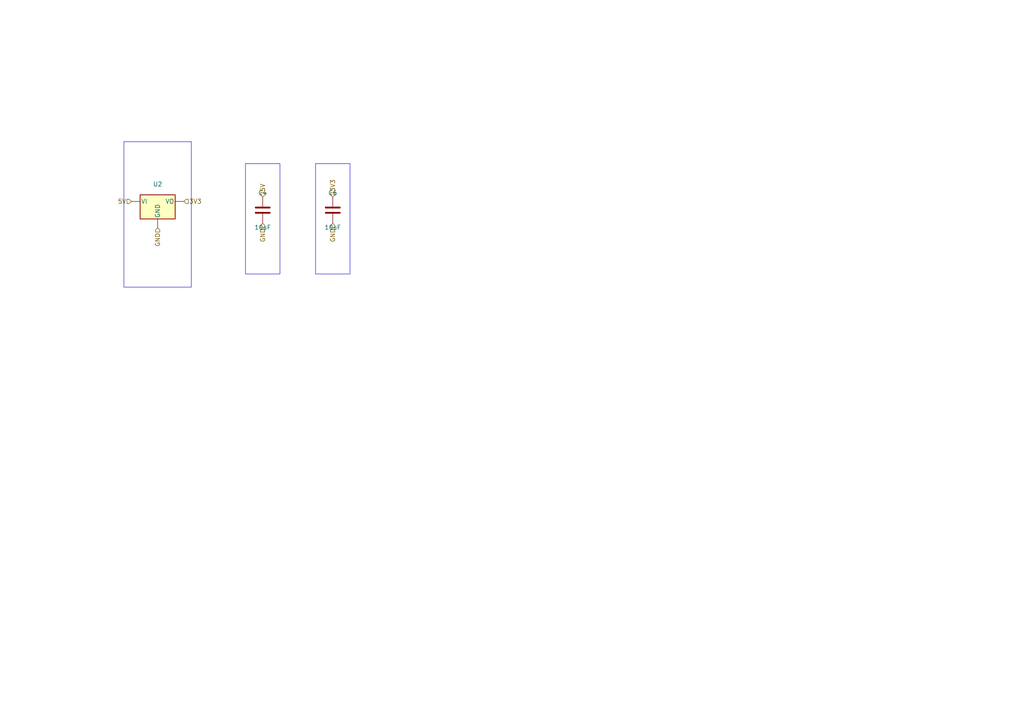
<source format=kicad_sch>
(kicad_sch (version 20250114) (generator "kicad_api") (generator_version 9.0)
  (paper A4)
  (paper A4)
  (lib_symbols
    (symbol "Device:C" (pin_numbers hide) (pin_names (offset 0.254))
      (property "Reference" "C" (at 0.0 0.0 0))
      (property "Value" "C" (at 0.0 0.0 0))
      (symbol "C_0_1"
        (polyline (pts (xy -2.032 0.762) (xy 2.032 0.762)) (stroke (width 0.508)))
        (polyline (pts (xy -2.032 -0.762) (xy 2.032 -0.762)) (stroke (width 0.508)))
      )
      (symbol "C_1_1"
        (pin passive line (at 0.0 3.81 270) (length 2.794) (name ~) (number "1"))
        (pin passive line (at 0.0 -3.81 90) (length 2.794) (name ~) (number "2"))
      )
    )
    (symbol "Regulator_Linear:NCP1117-3.3_SOT223" (pin_numbers hide) (pin_names (offset 0.254))
      (property "Reference" "U" (at 0.0 0.0 0))
      (property "Value" "NCP1117-3.3_SOT223" (at 0.0 0.0 0))
      (symbol "NCP1117-3.3_SOT223_0_1"
        (rectangle (start -5.08 -5.08) (end 5.08 1.905) (stroke (width 0.254)) (fill (type background)))
      )
      (symbol "NCP1117-3.3_SOT223_1_1"
        (pin power_in line (at -7.62 0.0 0) (length 2.54) (name VI) (number "3"))
        (pin power_in line (at 0.0 -7.62 90) (length 2.54) (name GND) (number "1"))
        (pin power_out line (at 7.62 0.0 180) (length 2.54) (name VO) (number "2"))
      )
    )
  )
  (title_block (title regulator) (date 2025-07-25) (company Circuit-Synth))
  (symbol (lib_id Regulator_Linear:NCP1117-3.3_SOT223) (at 45.72 58.42 0)
    (property "Reference" "U2" (at 45.72 53.42 0))
    (property "Footprint" "Package_TO_SOT_SMD:SOT-223-3_TabPin2" (effects (hide yes)))
    (instances (project "circuit" (path "" (reference U2) (unit 1))) (project "example_kicad_project" (path "" (reference U2) (unit 1))))
  )
  (symbol (lib_id Device:C) (at 76.2 60.96 0)
    (property "Reference" "C4" (at 76.2 55.96 0))
    (property "Value" "10uF" (at 76.2 65.96000000000001 0))
    (property "Footprint" "Capacitor_SMD:C_0805_2012Metric" (effects (hide yes)))
    (instances (project "circuit" (path "" (reference C4) (unit 1))) (project "example_kicad_project" (path "" (reference C4) (unit 1))))
  )
  (symbol (lib_id Device:C) (at 96.52 60.96 0)
    (property "Reference" "C6" (at 96.52 55.96 0))
    (property "Value" "10uF" (at 96.52 65.96000000000001 0))
    (property "Footprint" "Capacitor_SMD:C_0805_2012Metric" (effects (hide yes)))
    (instances (project "circuit" (path "" (reference C6) (unit 1))) (project "example_kicad_project" (path "" (reference C6) (unit 1))))
  )
  (hierarchical_label 5V (shape input) (at 38.1 58.42 180))
  (hierarchical_label 5V (shape input) (at 76.2 57.15 90))
  (hierarchical_label GND (shape input) (at 45.72 66.04 270))
  (hierarchical_label GND (shape input) (at 76.2 64.77 270))
  (hierarchical_label GND (shape input) (at 96.52 64.77 270))
  (hierarchical_label 3V3 (shape input) (at 53.339999999999996 58.42 0))
  (hierarchical_label 3V3 (shape input) (at 96.52 57.15 90))
  (rectangle (start 35.941 41.101) (end 55.498999999999995 83.279) (stroke (width 0.127)))
  (rectangle (start 71.2 47.451) (end 81.2 79.469) (stroke (width 0.127)))
  (rectangle (start 91.52 47.451) (end 101.52 79.469) (stroke (width 0.127)))
)
</source>
